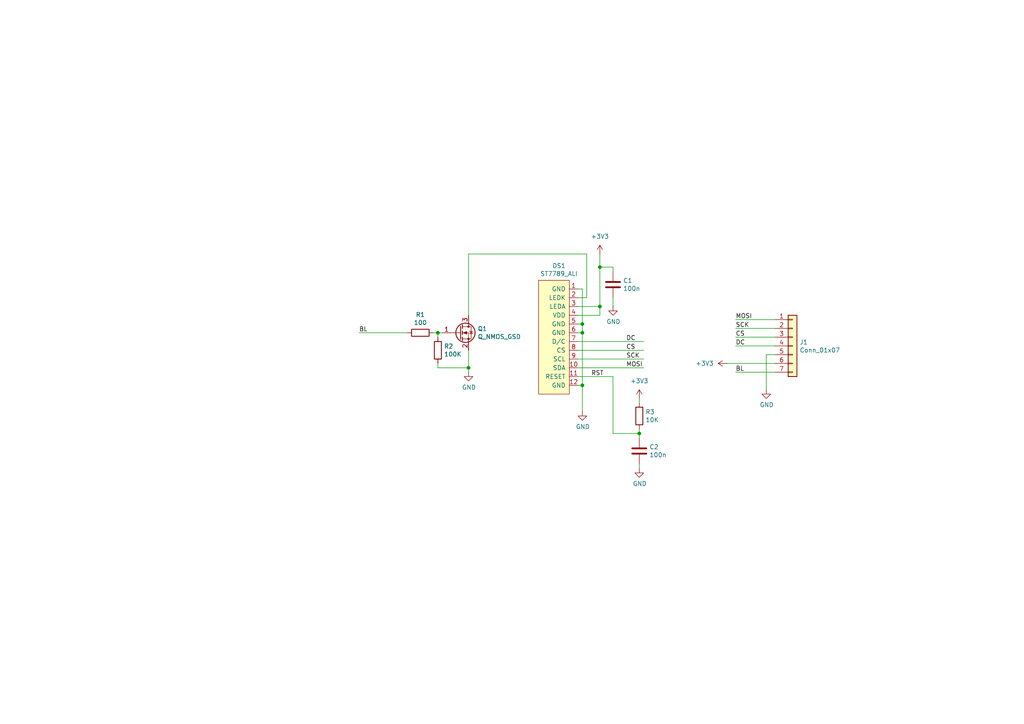
<source format=kicad_sch>
(kicad_sch (version 20231120) (generator "eeschema") (generator_version "8.0")
  (paper "A4")
  (title_block (title "IPS breakout") (date "2020-05-14") (rev "1.0") (company "dossalab"))
  (lib_symbols
    (symbol "Connector_Generic:Conn_01x07" (pin_names (offset 1.016) hide)
      (property "Reference" "J" (at 0 10.16 0))
      (property "Value" "Conn_01x07" (at 0 -10.16 0))
      (symbol "Conn_01x07_1_1"
        (rectangle (start -1.27 -7.493) (end 0 -7.747) (stroke (width 0.1524)))
        (rectangle (start -1.27 -4.953) (end 0 -5.207) (stroke (width 0.1524)))
        (rectangle (start -1.27 -2.413) (end 0 -2.667) (stroke (width 0.1524)))
        (rectangle (start -1.27 0.127) (end 0 -0.127) (stroke (width 0.1524)))
        (rectangle (start -1.27 2.667) (end 0 2.413) (stroke (width 0.1524)))
        (rectangle (start -1.27 5.207) (end 0 4.953) (stroke (width 0.1524)))
        (rectangle (start -1.27 7.747) (end 0 7.493) (stroke (width 0.1524)))
        (rectangle (start -1.27 8.89) (end 1.27 -8.89) (stroke (width 0.254)) (fill (type background)))
        (pin passive line (at -5.08 7.62 0) (length 3.81) (name "Pin_1") (number "1"))
        (pin passive line (at -5.08 5.08 0) (length 3.81) (name "Pin_2") (number "2"))
        (pin passive line (at -5.08 2.54 0) (length 3.81) (name "Pin_3") (number "3"))
        (pin passive line (at -5.08 0 0) (length 3.81) (name "Pin_4") (number "4"))
        (pin passive line (at -5.08 -2.54 0) (length 3.81) (name "Pin_5") (number "5"))
        (pin passive line (at -5.08 -5.08 0) (length 3.81) (name "Pin_6") (number "6"))
        (pin passive line (at -5.08 -7.62 0) (length 3.81) (name "Pin_7") (number "7"))
      )
    )
    (symbol "Device:C" (pin_numbers hide) (pin_names (offset 0.254))
      (property "Reference" "C" (at 0.635 2.54 0))
      (property "Value" "C" (at 0.635 -2.54 0))
      (symbol "C_0_1"
        (polyline (pts (xy -2.032 -0.762) (xy 2.032 -0.762)) (stroke (width 0.508)))
        (polyline (pts (xy -2.032 0.762) (xy 2.032 0.762)) (stroke (width 0.508)))
      )
      (symbol "C_1_1"
        (pin passive line (at 0 3.81 270) (length 2.794) (name "~") (number "1"))
        (pin passive line (at 0 -3.81 90) (length 2.794) (name "~") (number "2"))
      )
    )
    (symbol "Device:Q_NMOS_GSD" (pin_names (offset 0) hide)
      (property "Reference" "Q" (at 5.08 1.27 0))
      (property "Value" "Q_NMOS_GSD" (at 5.08 -1.27 0))
      (symbol "Q_NMOS_GSD_0_1"
        (polyline (pts (xy 0.254 0) (xy -2.54 0)))
        (polyline (pts (xy 0.254 1.905) (xy 0.254 -1.905)) (stroke (width 0.254)))
        (polyline (pts (xy 0.762 -1.27) (xy 0.762 -2.286)) (stroke (width 0.254)))
        (polyline (pts (xy 0.762 0.508) (xy 0.762 -0.508)) (stroke (width 0.254)))
        (polyline (pts (xy 0.762 2.286) (xy 0.762 1.27)) (stroke (width 0.254)))
        (polyline (pts (xy 2.54 2.54) (xy 2.54 1.778)))
        (polyline (pts (xy 2.54 -2.54) (xy 2.54 0) (xy 0.762 0)))
        (polyline (pts (xy 0.762 -1.778) (xy 3.302 -1.778) (xy 3.302 1.778) (xy 0.762 1.778)))
        (polyline (pts (xy 1.016 0) (xy 2.032 0.381) (xy 2.032 -0.381) (xy 1.016 0)) (fill (type outline)))
        (polyline (pts (xy 2.794 0.508) (xy 2.921 0.381) (xy 3.683 0.381) (xy 3.81 0.254)))
        (polyline (pts (xy 3.302 0.381) (xy 2.921 -0.254) (xy 3.683 -0.254) (xy 3.302 0.381)))
        (circle (center 1.651 0) (radius 2.794) (stroke (width 0.254)))
        (circle (center 2.54 -1.778) (radius 0.254) (fill (type outline)))
        (circle (center 2.54 1.778) (radius 0.254) (fill (type outline)))
      )
      (symbol "Q_NMOS_GSD_1_1"
        (pin input line (at -5.08 0 0) (length 2.54) (name "G") (number "1"))
        (pin passive line (at 2.54 -5.08 90) (length 2.54) (name "S") (number "2"))
        (pin passive line (at 2.54 5.08 270) (length 2.54) (name "D") (number "3"))
      )
    )
    (symbol "Device:R" (pin_numbers hide) (pin_names (offset 0))
      (property "Reference" "R" (at 2.032 0 90))
      (property "Value" "R" (at 0 0 90))
      (symbol "R_0_1"
        (rectangle (start -1.016 -2.54) (end 1.016 2.54) (stroke (width 0.254)))
      )
      (symbol "R_1_1"
        (pin passive line (at 0 3.81 270) (length 1.27) (name "~") (number "1"))
        (pin passive line (at 0 -3.81 90) (length 1.27) (name "~") (number "2"))
      )
    )
    (symbol "power:+3V3" (power) (pin_numbers hide) (pin_names (offset 0) hide)
      (property "Value" "+3V3" (at 0 3.556 0))
      (symbol "+3V3_0_1"
        (polyline (pts (xy -0.762 1.27) (xy 0 2.54)))
        (polyline (pts (xy 0 0) (xy 0 2.54)))
        (polyline (pts (xy 0 2.54) (xy 0.762 1.27)))
      )
      (symbol "+3V3_1_1"
        (pin power_in line (at 0 0 90) (length 0) (name "~") (number "1"))
      )
    )
    (symbol "power:GND" (power) (pin_numbers hide) (pin_names (offset 0) hide)
      (property "Value" "GND" (at 0 -3.81 0))
      (symbol "GND_0_1"
        (polyline (pts (xy 0 0) (xy 0 -1.27) (xy 1.27 -1.27) (xy 0 -2.54) (xy -1.27 -1.27) (xy 0 -1.27)))
      )
      (symbol "GND_1_1"
        (pin power_in line (at 0 0 270) (length 0) (name "~") (number "1"))
      )
    )
    (symbol "st7789_ali:ST7789_ALI" (pin_names (offset 1.016))
      (property "Reference" "DS" (at 0 10.16 0))
      (property "Value" "ST7789_ALI" (at 0 7.62 0))
      (symbol "ST7789_ALI_0_1"
        (rectangle (start -6.35 6.35) (end 2.54 -26.67) (fill (type background)))
      )
      (symbol "ST7789_ALI_1_1"
        (pin power_in line (at 5.08 3.81 180) (length 2.54) (name "GND") (number "1"))
        (pin input line (at 5.08 -19.05 180) (length 2.54) (name "SDA") (number "10"))
        (pin input line (at 5.08 -21.59 180) (length 2.54) (name "RESET") (number "11"))
        (pin power_in line (at 5.08 -24.13 180) (length 2.54) (name "GND") (number "12"))
        (pin power_in line (at 5.08 1.27 180) (length 2.54) (name "LEDK") (number "2"))
        (pin power_in line (at 5.08 -1.27 180) (length 2.54) (name "LEDA") (number "3"))
        (pin power_in line (at 5.08 -3.81 180) (length 2.54) (name "VDD") (number "4"))
        (pin power_in line (at 5.08 -6.35 180) (length 2.54) (name "GND") (number "5"))
        (pin power_in line (at 5.08 -8.89 180) (length 2.54) (name "GND") (number "6"))
        (pin input line (at 5.08 -11.43 180) (length 2.54) (name "D/C") (number "7"))
        (pin input line (at 5.08 -13.97 180) (length 2.54) (name "CS") (number "8"))
        (pin input line (at 5.08 -16.51 180) (length 2.54) (name "SCL") (number "9"))
      )
    )
  )
  (junction (at 135.89 106.68))
  (junction (at 173.99 88.9))
  (junction (at 185.42 125.73))
  (junction (at 168.91 93.98))
  (junction (at 173.99 77.47))
  (junction (at 168.91 96.52))
  (junction (at 168.91 111.76))
  (junction (at 127 96.52))
  (wire (pts (xy 177.8 125.73) (xy 177.8 109.22)))
  (wire (pts (xy 168.91 93.98) (xy 168.91 83.82)))
  (wire (pts (xy 167.64 101.6) (xy 186.69 101.6)))
  (wire (pts (xy 177.8 77.47) (xy 173.99 77.47)))
  (wire (pts (xy 167.64 104.14) (xy 186.69 104.14)))
  (wire (pts (xy 224.79 95.25) (xy 213.36 95.25)))
  (wire (pts (xy 185.42 125.73) (xy 177.8 125.73)))
  (wire (pts (xy 168.91 119.38) (xy 168.91 111.76)))
  (wire (pts (xy 170.18 73.66) (xy 170.18 86.36)))
  (wire (pts (xy 168.91 96.52) (xy 168.91 93.98)))
  (wire (pts (xy 224.79 107.95) (xy 213.36 107.95)))
  (wire (pts (xy 127 96.52) (xy 128.27 96.52)))
  (wire (pts (xy 224.79 97.79) (xy 213.36 97.79)))
  (wire (pts (xy 224.79 100.33) (xy 213.36 100.33)))
  (wire (pts (xy 222.25 102.87) (xy 224.79 102.87)))
  (wire (pts (xy 185.42 135.89) (xy 185.42 134.62)))
  (wire (pts (xy 185.42 125.73) (xy 185.42 124.46)))
  (wire (pts (xy 167.64 99.06) (xy 186.69 99.06)))
  (wire (pts (xy 168.91 111.76) (xy 167.64 111.76)))
  (wire (pts (xy 210.82 105.41) (xy 224.79 105.41)))
  (wire (pts (xy 170.18 86.36) (xy 167.64 86.36)))
  (wire (pts (xy 135.89 107.95) (xy 135.89 106.68)))
  (wire (pts (xy 168.91 111.76) (xy 168.91 96.52)))
  (wire (pts (xy 222.25 102.87) (xy 222.25 113.03)))
  (wire (pts (xy 177.8 109.22) (xy 167.64 109.22)))
  (wire (pts (xy 167.64 96.52) (xy 168.91 96.52)))
  (wire (pts (xy 135.89 73.66) (xy 170.18 73.66)))
  (wire (pts (xy 167.64 88.9) (xy 173.99 88.9)))
  (wire (pts (xy 167.64 93.98) (xy 168.91 93.98)))
  (wire (pts (xy 173.99 77.47) (xy 173.99 88.9)))
  (wire (pts (xy 173.99 88.9) (xy 173.99 91.44)))
  (wire (pts (xy 177.8 78.74) (xy 177.8 77.47)))
  (wire (pts (xy 177.8 88.9) (xy 177.8 86.36)))
  (wire (pts (xy 224.79 92.71) (xy 213.36 92.71)))
  (wire (pts (xy 118.11 96.52) (xy 104.14 96.52)))
  (wire (pts (xy 127 97.79) (xy 127 96.52)))
  (wire (pts (xy 167.64 106.68) (xy 186.69 106.68)))
  (wire (pts (xy 125.73 96.52) (xy 127 96.52)))
  (wire (pts (xy 185.42 115.57) (xy 185.42 116.84)))
  (wire (pts (xy 173.99 91.44) (xy 167.64 91.44)))
  (wire (pts (xy 135.89 106.68) (xy 135.89 101.6)))
  (wire (pts (xy 127 105.41) (xy 127 106.68)))
  (wire (pts (xy 168.91 83.82) (xy 167.64 83.82)))
  (wire (pts (xy 173.99 73.66) (xy 173.99 77.47)))
  (wire (pts (xy 127 106.68) (xy 135.89 106.68)))
  (wire (pts (xy 185.42 127) (xy 185.42 125.73)))
  (wire (pts (xy 135.89 91.44) (xy 135.89 73.66)))
  (label "CS" (at 213.36 97.79 0))
  (label "BL" (at 213.36 107.95 0))
  (label "MOSI" (at 213.36 92.71 0))
  (label "RST" (at 171.45 109.22 0))
  (label "DC" (at 213.36 100.33 0))
  (label "SCK" (at 181.61 104.14 0))
  (label "CS" (at 181.61 101.6 0))
  (label "BL" (at 104.14 96.52 0))
  (label "MOSI" (at 181.61 106.68 0))
  (label "DC" (at 181.61 99.06 0))
  (label "SCK" (at 213.36 95.25 0))
  (symbol (lib_id "st7789_ali:ST7789_ALI") (at 162.56 87.63 0) (unit 1)
    (property "Reference" "DS1" (at 162.1282 77.089 0))
    (property "Value" "ST7789_ALI" (at 162.1282 79.4004 0))
    (property "Footprint" "ST7789:ST7789_ALI" (effects (hide yes)))
  )
  (symbol (lib_id "power:GND") (at 168.91 119.38 0) (unit 1)
    (property "Reference" "#PWR0101" (effects (hide yes)))
    (property "Value" "GND" (at 169.037 123.7742 0))
  )
  (symbol (lib_id "Device:C") (at 177.8 82.55 0) (unit 1)
    (property "Reference" "C1" (at 180.721 81.3816 0) (effects (justify left)))
    (property "Value" "100n" (at 180.721 83.693 0) (effects (justify left)))
    (property "Footprint" "Capacitor_SMD:C_0603_1608Metric" (effects (hide yes)))
  )
  (symbol (lib_id "power:GND") (at 177.8 88.9 0) (unit 1)
    (property "Reference" "#PWR0103" (effects (hide yes)))
    (property "Value" "GND" (at 177.927 93.2942 0))
  )
  (symbol (lib_id "Device:R") (at 185.42 120.65 180) (unit 1)
    (property "Reference" "R3" (at 187.198 119.4816 0) (effects (justify right)))
    (property "Value" "10K" (at 187.198 121.793 0) (effects (justify right)))
    (property "Footprint" "Resistor_SMD:R_0603_1608Metric" (effects (hide yes)))
  )
  (symbol (lib_id "Device:C") (at 185.42 130.81 0) (unit 1)
    (property "Reference" "C2" (at 188.341 129.6416 0) (effects (justify left)))
    (property "Value" "100n" (at 188.341 131.953 0) (effects (justify left)))
    (property "Footprint" "Capacitor_SMD:C_0603_1608Metric" (effects (hide yes)))
  )
  (symbol (lib_id "power:GND") (at 185.42 135.89 0) (unit 1)
    (property "Reference" "#PWR0105" (effects (hide yes)))
    (property "Value" "GND" (at 185.547 140.2842 0))
  )
  (symbol (lib_id "Device:Q_NMOS_GSD") (at 133.35 96.52 0) (unit 1)
    (property "Reference" "Q1" (at 138.5316 95.3516 0) (effects (justify left)))
    (property "Value" "Q_NMOS_GSD" (at 138.5316 97.663 0) (effects (justify left)))
    (property "Footprint" "Package_TO_SOT_SMD:SOT-23" (effects (hide yes)))
  )
  (symbol (lib_id "Device:R") (at 127 101.6 180) (unit 1)
    (property "Reference" "R2" (at 128.778 100.4316 0) (effects (justify right)))
    (property "Value" "100K" (at 128.778 102.743 0) (effects (justify right)))
    (property "Footprint" "Resistor_SMD:R_0603_1608Metric" (effects (hide yes)))
  )
  (symbol (lib_id "Device:R") (at 121.92 96.52 90) (unit 1)
    (property "Reference" "R1" (at 121.92 91.2622 90))
    (property "Value" "100" (at 121.92 93.5736 90))
    (property "Footprint" "Resistor_SMD:R_0603_1608Metric" (effects (hide yes)))
  )
  (symbol (lib_id "power:GND") (at 135.89 107.95 0) (unit 1)
    (property "Reference" "#PWR0106" (effects (hide yes)))
    (property "Value" "GND" (at 136.017 112.3442 0))
  )
  (symbol (lib_id "Connector_Generic:Conn_01x07") (at 229.87 100.33 0) (unit 1)
    (property "Reference" "J1" (at 231.902 99.2632 0) (effects (justify left)))
    (property "Value" "Conn_01x07" (at 231.902 101.5746 0) (effects (justify left)))
    (property "Footprint" "Connector_PinHeader_2.54mm:PinHeader_1x07_P2.54mm_Vertical" (effects (hide yes)))
  )
  (symbol (lib_id "power:GND") (at 222.25 113.03 0) (unit 1)
    (property "Reference" "#PWR0107" (effects (hide yes)))
    (property "Value" "GND" (at 222.377 117.4242 0))
  )
  (symbol (lib_id "power:+3V3") (at 173.99 73.66 0) (unit 1)
    (property "Reference" "#PWR01" (effects (hide yes)))
    (property "Value" "+3V3" (at 173.99 68.58 0))
    (property "Description" "Power symbol creates a global label with name \"+3V3\"" (effects (hide yes)))
  )
  (symbol (lib_id "power:+3V3") (at 210.82 105.41 90) (unit 1)
    (property "Reference" "#PWR03" (effects (hide yes)))
    (property "Value" "+3V3" (at 207.01 105.4099 90) (effects (justify left)))
    (property "Description" "Power symbol creates a global label with name \"+3V3\"" (effects (hide yes)))
  )
  (symbol (lib_id "power:+3V3") (at 185.42 115.57 0) (unit 1)
    (property "Reference" "#PWR02" (effects (hide yes)))
    (property "Value" "+3V3" (at 185.42 110.49 0))
    (property "Description" "Power symbol creates a global label with name \"+3V3\"" (effects (hide yes)))
  )
)
</source>
